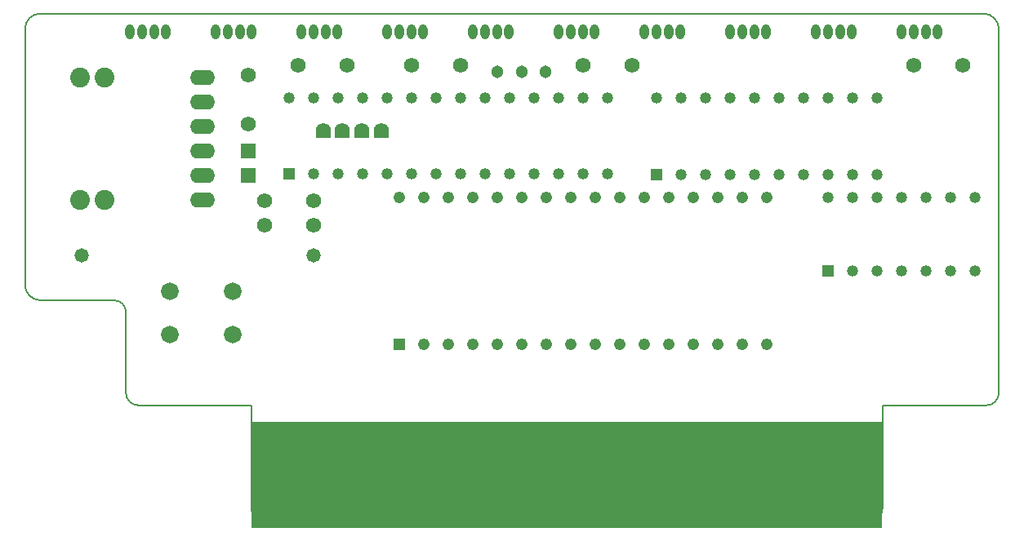
<source format=gbr>
G04 DesignSpark PCB PRO Gerber Version 10.0 Build 5299*
G04 #@! TF.Part,Single*
G04 #@! TF.FileFunction,Soldermask,Bot*
G04 #@! TF.FilePolarity,Negative*
%FSLAX35Y35*%
%MOIN*%
G04 #@! TA.AperFunction,SMDPad,CuDef*
%AMT117*0 Bullet Pad at angle 0*21,1,0.06200,0.03100,0,0,0*%
%ADD117T117*%
G04 #@! TA.AperFunction,ComponentPad*
%ADD119O,0.03743X0.06184*%
G04 #@! TA.AperFunction,SMDPad,CuDef*
%ADD14R,0.06893X0.35633*%
G04 #@! TA.AperFunction,ComponentPad*
%ADD112R,0.04649X0.04649*%
%ADD109R,0.04661X0.04661*%
%ADD102R,0.04759X0.04759*%
%ADD132R,0.06200X0.06200*%
G04 #@! TD.AperFunction*
%ADD19C,0.00500*%
G04 #@! TA.AperFunction,ComponentPad*
%ADD115O,0.10137X0.06200*%
G04 #@! TA.AperFunction,WasherPad*
%ADD12R,2.57639X0.43308*%
G04 #@! TA.AperFunction,ComponentPad*
%ADD113C,0.04649*%
%ADD110C,0.04661*%
%ADD103C,0.04759*%
%ADD111C,0.05125*%
%ADD120C,0.05810*%
G04 #@! TA.AperFunction,SMDPad,CuDef*
%ADD105C,0.06200*%
G04 #@! TA.AperFunction,ComponentPad*
%ADD108C,0.06200*%
%ADD114C,0.07200*%
%ADD116C,0.08074*%
G04 #@! TD.AperFunction*
X0Y0D02*
D02*
D12*
X255079Y28802D03*
D02*
D14*
X135004Y31754D03*
X145004D03*
X155004D03*
X165004D03*
X175004D03*
X185004D03*
X195004D03*
X205004D03*
X215004D03*
X225004D03*
X235004D03*
X245004D03*
X255004D03*
X265004D03*
X275004D03*
X285004D03*
X295004D03*
X305004D03*
X315004D03*
X325004D03*
X335004D03*
X345004D03*
X355004D03*
X365004D03*
X375004D03*
D02*
D19*
X131500Y9707D02*
G75*
G02*
X126220Y14987I0J5280D01*
G01*
Y57344D01*
X80041D01*
G75*
G02*
X75041Y62344I0J5000D01*
G01*
Y95258D01*
G75*
G03*
X70041Y100258I-5000J0D01*
G01*
X40054D01*
G75*
G02*
X33804Y106508I0J6250D01*
G01*
Y211094D01*
G75*
G02*
X40054Y217344I6250J0D01*
G01*
X425054D01*
G75*
G02*
X431304Y211094I0J-6250D01*
G01*
Y62344D01*
G75*
G02*
X426304Y57344I-5000J0D01*
G01*
X383858D01*
Y15204D01*
G75*
G02*
X378361Y9707I-5497J0D01*
G01*
X131500D01*
D02*
D102*
X186510Y82344D03*
D02*
D103*
Y142344D03*
X196510Y82344D03*
Y142344D03*
X206510Y82344D03*
Y142344D03*
X216510Y82344D03*
Y142344D03*
X226510Y82344D03*
Y142344D03*
X236510Y82344D03*
Y142344D03*
X246510Y82344D03*
Y142344D03*
X256510Y82344D03*
Y142344D03*
X266510Y82344D03*
Y142344D03*
X276510Y82344D03*
Y142344D03*
X286510Y82344D03*
Y142344D03*
X296510Y82344D03*
Y142344D03*
X306510Y82344D03*
Y142344D03*
X316510Y82344D03*
Y142344D03*
X326510Y82344D03*
Y142344D03*
X336510Y82344D03*
Y142344D03*
D02*
D108*
X125053Y172344D03*
Y192344D03*
X131500Y130957D03*
Y140957D03*
X145250Y196094D03*
X151500Y130957D03*
Y140957D03*
X165250Y196094D03*
X191500D03*
X211500D03*
X261500D03*
X281500D03*
X396500D03*
X416500D03*
D02*
D109*
X141500Y151719D03*
D02*
D110*
Y182970D03*
X151500Y151719D03*
Y182970D03*
X161500Y151719D03*
Y182970D03*
X171500Y151719D03*
Y182970D03*
X181500Y151719D03*
Y182970D03*
X191500Y151719D03*
Y182970D03*
X201500Y151719D03*
Y182970D03*
X211500Y151719D03*
Y182970D03*
X221500Y151719D03*
Y182970D03*
X231500Y151719D03*
Y182970D03*
X241500Y151719D03*
Y182970D03*
X251500Y151719D03*
Y182970D03*
X261500Y151719D03*
Y182970D03*
X271500Y151719D03*
Y182970D03*
D02*
D111*
X226657Y193457D03*
X236500D03*
X246343D03*
D02*
D112*
X291500Y151715D03*
X361500Y112344D03*
D02*
D113*
X291500Y182974D03*
X301500Y151715D03*
Y182974D03*
X311500Y151715D03*
Y182974D03*
X321500Y151715D03*
Y182974D03*
X331500Y151715D03*
Y182974D03*
X341500Y151715D03*
Y182974D03*
X351500Y151715D03*
Y182974D03*
X361500Y142344D03*
Y151715D03*
Y182974D03*
X371500Y112344D03*
Y142344D03*
Y151715D03*
Y182974D03*
X381500Y112344D03*
Y142344D03*
Y151715D03*
Y182974D03*
X391500Y112344D03*
Y142344D03*
X401500Y112344D03*
Y142344D03*
X411500Y112344D03*
Y142344D03*
X421500Y112344D03*
Y142344D03*
D02*
D114*
X93016Y86094D03*
Y103811D03*
X118606Y86094D03*
Y103811D03*
D02*
D115*
X106344Y141341D03*
Y151341D03*
Y161341D03*
Y171341D03*
Y181341D03*
Y191341D03*
D02*
D116*
X56344Y141341D03*
Y191341D03*
X66344Y141341D03*
Y191341D03*
D02*
D117*
X155575Y168157D03*
D02*
D105*
Y169707D03*
D02*
D117*
X163429Y168157D03*
D02*
D105*
Y169707D03*
D02*
D117*
X171303Y168157D03*
D02*
D105*
Y169707D03*
D02*
D117*
X179177Y168157D03*
D02*
D105*
Y169707D03*
D02*
D119*
X76618Y209844D03*
X81539D03*
X86461D03*
X91382D03*
X111618D03*
X116539D03*
X121461D03*
X126382D03*
X146618D03*
X151539D03*
X156461D03*
X161382D03*
X181618D03*
X186539D03*
X191461D03*
X196382D03*
X216618D03*
X221539D03*
X226461D03*
X231382D03*
X251618D03*
X256539D03*
X261461D03*
X266382D03*
X286618D03*
X291539D03*
X296461D03*
X301382D03*
X321618D03*
X326539D03*
X331461D03*
X336382D03*
X356618D03*
X361539D03*
X366461D03*
X371382D03*
X391618D03*
X396539D03*
X401461D03*
X406382D03*
D02*
D120*
X57012Y118457D03*
X151500D03*
D02*
D132*
X125053Y151341D03*
Y161341D03*
X0Y0D02*
M02*

</source>
